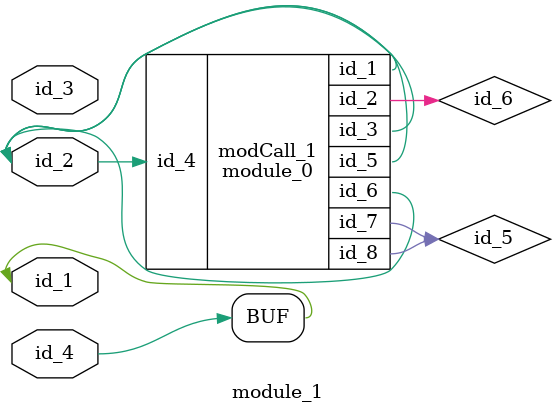
<source format=v>
module module_0 (
    id_1,
    id_2,
    id_3,
    id_4,
    id_5,
    id_6,
    id_7,
    id_8
);
  inout wire id_8;
  inout wire id_7;
  output wire id_6;
  inout wire id_5;
  input wire id_4;
  output wire id_3;
  output wire id_2;
  inout wire id_1;
  wire id_9, id_10, id_11, id_12;
endmodule
module module_1 (
    id_1,
    id_2,
    id_3,
    id_4
);
  input wire id_4;
  input wire id_3;
  inout wire id_2;
  inout wire id_1;
  always @(*)
    if (1'h0) id_2 = 1;
    else id_1 <= id_4;
  wire id_5;
  wire id_6;
  module_0 modCall_1 (
      id_2,
      id_6,
      id_2,
      id_2,
      id_2,
      id_2,
      id_5,
      id_5
  );
  wire id_7, id_8;
endmodule

</source>
